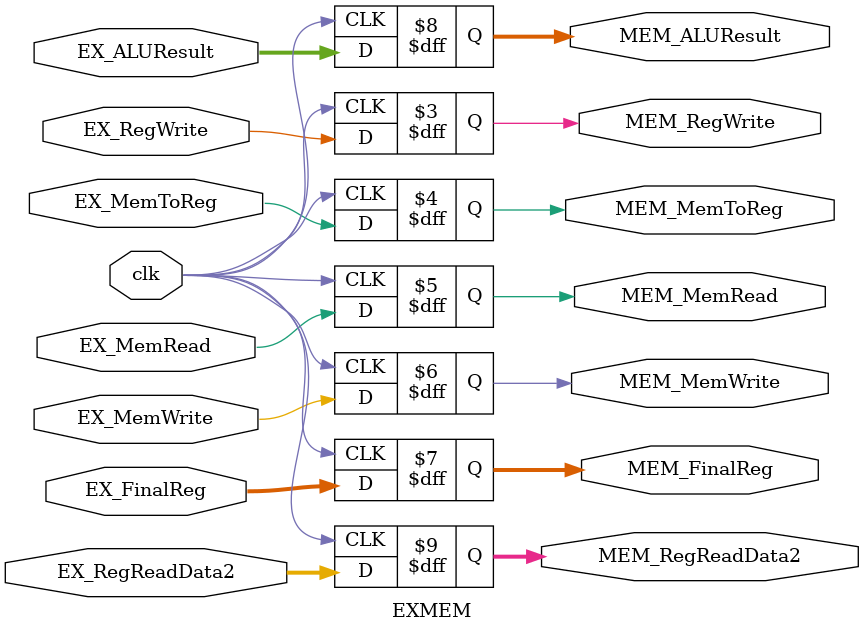
<source format=v>
`timescale 1ns / 1ps


module EXMEM(clk,
             EX_RegWrite, EX_MemToReg, EX_MemRead, EX_MemWrite, EX_ALUResult, EX_RegReadData2, EX_FinalReg,
             MEM_RegWrite, MEM_MemToReg, MEM_MemRead, MEM_MemWrite, MEM_ALUResult, MEM_RegReadData2, MEM_FinalReg);

    input clk, EX_RegWrite, EX_MemToReg, EX_MemRead, EX_MemWrite;
    input [4:0] EX_FinalReg;
    input [31:0] EX_ALUResult, EX_RegReadData2;
    output reg MEM_RegWrite, MEM_MemToReg, MEM_MemRead, MEM_MemWrite;
    output reg [4:0] MEM_FinalReg;
    output reg [31:0] MEM_ALUResult, MEM_RegReadData2;

    initial begin
        MEM_RegWrite = 1'b0;
        MEM_MemToReg = 1'b0;
        MEM_MemRead = 1'b0;
        MEM_MemWrite = 1'b0;
        MEM_ALUResult = 32'b0;
        MEM_RegReadData2 = 32'b0;
        MEM_FinalReg = 5'b0;
    end

    always @ (posedge clk) begin
        MEM_RegWrite = EX_RegWrite;
        MEM_MemToReg = EX_MemToReg;
        MEM_MemRead = EX_MemRead;
        MEM_MemWrite = EX_MemWrite;
        MEM_ALUResult = EX_ALUResult;
        MEM_RegReadData2 = EX_RegReadData2;
        MEM_FinalReg = EX_FinalReg;
    end

endmodule

</source>
